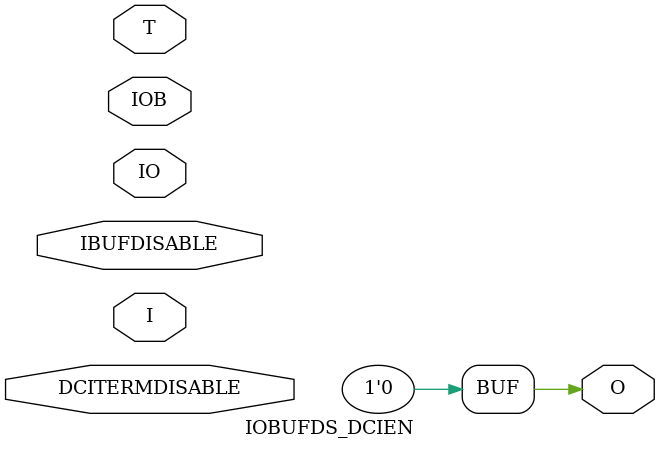
<source format=v>
module IOBUFDS_DCIEN(	// file.cleaned.mlir:2:3
  inout  IO,	// file.cleaned.mlir:2:34
         IOB,	// file.cleaned.mlir:2:50
  input  DCITERMDISABLE,	// file.cleaned.mlir:2:64
         I,	// file.cleaned.mlir:2:89
         IBUFDISABLE,	// file.cleaned.mlir:2:101
         T,	// file.cleaned.mlir:2:123
  output O	// file.cleaned.mlir:2:136
);

  assign O = 1'h0;	// file.cleaned.mlir:3:14, :4:5
endmodule


</source>
